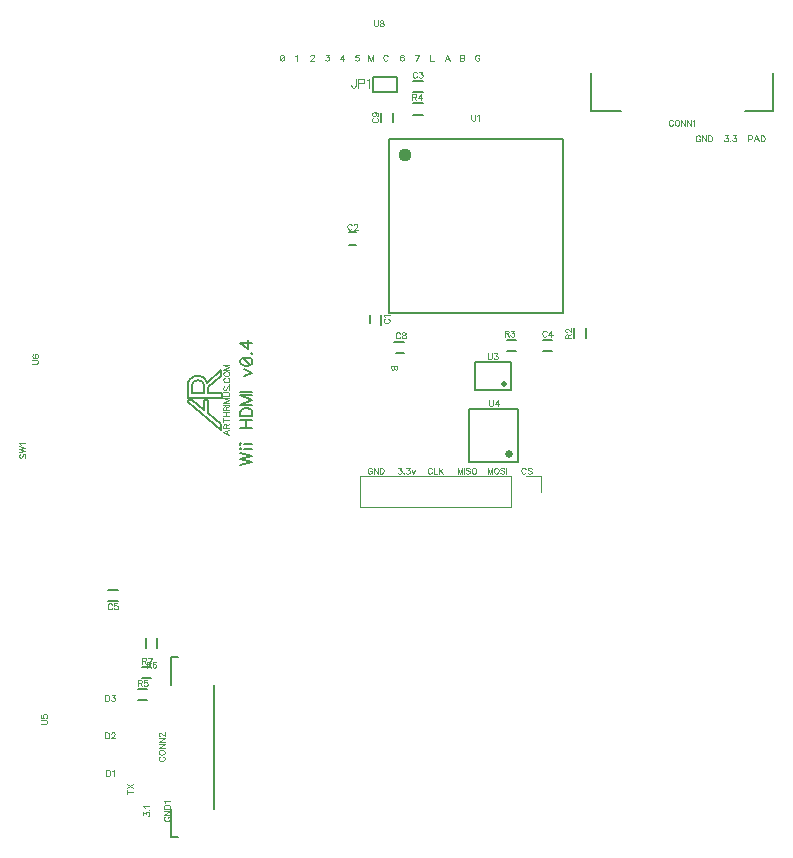
<source format=gto>
G04 DipTrace 3.3.1.1*
G04 TopSilk.gto*
%MOIN*%
G04 #@! TF.FileFunction,Legend,Top*
G04 #@! TF.Part,Single*
%ADD24C,0.005*%
%ADD25C,0.005118*%
%ADD26C,0.043727*%
%ADD27C,0.004724*%
%ADD38C,0.006*%
%ADD52C,0.018746*%
%ADD54C,0.02498*%
%ADD146C,0.003088*%
%ADD147C,0.004632*%
%ADD148C,0.006176*%
%FSLAX26Y26*%
G04*
G70*
G90*
G75*
G01*
G04 TopSilk*
%LPD*%
X1592834Y1597189D2*
D27*
Y1492477D1*
X2095246Y1597189D2*
X1592834D1*
X2095246Y1492477D2*
X1592834D1*
X2095246Y1597189D2*
Y1492477D1*
X2145237Y1597189D2*
X2197602D1*
Y1544833D1*
X962381Y994340D2*
D38*
Y900620D1*
Y394340D2*
X987376D1*
X1106126Y488060D2*
Y900620D1*
X987376Y994340D2*
X962381D1*
Y488060D2*
Y394340D1*
D52*
X2073346Y1904208D3*
X1976459Y1976083D2*
D25*
X2095224D1*
Y1882333D1*
X1976459D1*
Y1976083D1*
D54*
X2088972Y1669836D3*
X1957712Y1819833D2*
D25*
X2120231D1*
Y1644825D1*
X1957712D1*
Y1819833D1*
X1130752Y1749776D2*
D24*
X1018722Y1844561D1*
X1018733Y1849509D1*
X1034320D1*
X1074411Y1816211D1*
Y1849509D1*
X1086613D1*
Y1805994D1*
X1130775Y1769089D1*
X1130752Y1749776D1*
X1031969Y1897954D2*
X1031992Y1872269D1*
X1073792Y1898094D2*
X1073927Y1872409D1*
X1018722Y1871968D2*
X1018767Y1898475D1*
X1086388Y1872069D2*
X1086444Y1893386D1*
X1086455Y1893226D2*
X1130809Y1930671D1*
Y1950125D1*
X1082508Y1908071D1*
X1018789Y1897713D2*
G02X1082407Y1908111I32459J1218D01*
G01*
X1031969Y1897914D2*
G02X1073815Y1897753I20913J-2607D01*
G01*
X1131079Y1856842D2*
X1018756D1*
Y1873571D1*
X1031992Y1872229D2*
X1073961D1*
X1086365D2*
X1131180D1*
Y1872089D2*
Y1856862D1*
X1636832Y2927562D2*
X1717283D1*
Y2876034D1*
X1636832D1*
Y2927562D1*
X1770218Y2876084D2*
D25*
X1801469D1*
X1770218Y2913584D2*
X1801469D1*
X1770218Y2838584D2*
X1801469D1*
X1770218Y2801084D2*
X1801469D1*
X1663969Y2776084D2*
Y2807335D1*
X1701469Y2776084D2*
Y2807335D1*
X2345219Y2057335D2*
Y2088584D1*
X2307719Y2057335D2*
Y2088584D1*
X2201470Y2013583D2*
X2232718D1*
X2201470Y2051084D2*
X2232718D1*
X2082719Y2013584D2*
X2113969D1*
X2082719Y2051084D2*
X2113969D1*
X1663969Y2101084D2*
Y2132335D1*
X1626469Y2107335D2*
Y2132335D1*
X1713969Y2007333D2*
X1738969D1*
X1707719Y2044835D2*
X1738969D1*
X1554593Y2366710D2*
X1579593D1*
X1554593Y2410459D2*
X1579593D1*
X2388969Y2813584D2*
X2363969D1*
Y2938584D1*
X2388969Y2813584D2*
X2463969D1*
X2876469D2*
X2963969D1*
X2970219D1*
Y2938584D1*
D26*
X1742083Y2666705D3*
X1688957Y2719839D2*
D25*
X2270207D1*
Y2138571D1*
X1688957D1*
Y2719839D1*
X897727Y923123D2*
X866476D1*
X897727Y960625D2*
X866476D1*
X785227Y1179371D2*
X753975D1*
X785227Y1216874D2*
X753975D1*
X884110Y848407D2*
X852860D1*
X884110Y885906D2*
X852860D1*
X916471Y1055652D2*
Y1024403D1*
X878969Y1055652D2*
Y1024403D1*
X870781Y465063D2*
D146*
Y475564D1*
X878430Y469838D1*
Y472712D1*
X879381Y474613D1*
X880331Y475564D1*
X883205Y476537D1*
X885107D1*
X887981Y475564D1*
X889904Y473663D1*
X890855Y470789D1*
Y467915D1*
X889904Y465063D1*
X888931Y464112D1*
X887030Y463139D1*
X888931Y483663D2*
X889904Y482712D1*
X890855Y483663D1*
X889904Y484636D1*
X888931Y483663D1*
X874605Y490811D2*
X873633Y492735D1*
X870781Y495609D1*
X890855D1*
X2807857Y2731600D2*
X2818358D1*
X2812632Y2723951D1*
X2815506D1*
X2817408Y2723001D1*
X2818358Y2722050D1*
X2819331Y2719176D1*
Y2717275D1*
X2818358Y2714401D1*
X2816457Y2712477D1*
X2813583Y2711527D1*
X2810709D1*
X2807857Y2712477D1*
X2806907Y2713450D1*
X2805934Y2715351D1*
X2826457Y2713450D2*
X2825507Y2712477D1*
X2826457Y2711527D1*
X2827430Y2712477D1*
X2826457Y2713450D1*
X2835529Y2731600D2*
X2846030D1*
X2840305Y2723951D1*
X2843179D1*
X2845080Y2723001D1*
X2846030Y2722050D1*
X2847003Y2719176D1*
Y2717275D1*
X2846030Y2714401D1*
X2844129Y2712477D1*
X2841255Y2711527D1*
X2838381D1*
X2835529Y2712477D1*
X2834579Y2713450D1*
X2833606Y2715351D1*
X1675951Y2120715D2*
X1674050Y2119764D1*
X1672127Y2117841D1*
X1671176Y2115940D1*
Y2112115D1*
X1672127Y2110192D1*
X1674050Y2108291D1*
X1675951Y2107318D1*
X1678825Y2106367D1*
X1683623D1*
X1686474Y2107318D1*
X1688398Y2108291D1*
X1690299Y2110192D1*
X1691272Y2112115D1*
Y2115940D1*
X1690299Y2117841D1*
X1688398Y2119764D1*
X1686475Y2120715D1*
X1675023Y2126891D2*
X1674050Y2128814D1*
X1671198Y2131688D1*
X1691272D1*
X1565391Y2432783D2*
X1564441Y2434684D1*
X1562517Y2436608D1*
X1560616Y2437558D1*
X1556791D1*
X1554868Y2436608D1*
X1552967Y2434684D1*
X1551994Y2432783D1*
X1551043Y2429909D1*
Y2425112D1*
X1551994Y2422260D1*
X1552967Y2420336D1*
X1554868Y2418435D1*
X1556791Y2417462D1*
X1560616D1*
X1562517Y2418435D1*
X1564441Y2420336D1*
X1565391Y2422260D1*
X1572540Y2432761D2*
Y2433711D1*
X1573490Y2435635D1*
X1574441Y2436586D1*
X1576364Y2437536D1*
X1580189D1*
X1582090Y2436586D1*
X1583041Y2435635D1*
X1584014Y2433711D1*
Y2431810D1*
X1583041Y2429887D1*
X1581140Y2427035D1*
X1571567Y2417462D1*
X1584964D1*
X1782366Y2939440D2*
X1781416Y2941342D1*
X1779492Y2943265D1*
X1777591Y2944216D1*
X1773767D1*
X1771843Y2943265D1*
X1769942Y2941342D1*
X1768969Y2939440D1*
X1768019Y2936566D1*
Y2931769D1*
X1768969Y2928917D1*
X1769942Y2926994D1*
X1771843Y2925092D1*
X1773767Y2924120D1*
X1777591D1*
X1779492Y2925092D1*
X1781416Y2926994D1*
X1782366Y2928917D1*
X1790466Y2944194D2*
X1800967D1*
X1795241Y2936544D1*
X1798115D1*
X1800016Y2935594D1*
X1800967Y2934643D1*
X1801940Y2931769D1*
Y2929868D1*
X1800967Y2926994D1*
X1799065Y2925070D1*
X1796191Y2924120D1*
X1793317D1*
X1790466Y2925070D1*
X1789515Y2926043D1*
X1788542Y2927944D1*
X2214916Y2076534D2*
X2213965Y2078435D1*
X2212042Y2080358D1*
X2210141Y2081309D1*
X2206316D1*
X2204393Y2080358D1*
X2202491Y2078435D1*
X2201519Y2076534D1*
X2200568Y2073660D1*
Y2068862D1*
X2201519Y2066010D1*
X2202491Y2064087D1*
X2204393Y2062186D1*
X2206316Y2061213D1*
X2210141D1*
X2212042Y2062186D1*
X2213965Y2064087D1*
X2214916Y2066010D1*
X2230664Y2061213D2*
Y2081287D1*
X2221092Y2067912D1*
X2235440D1*
X766079Y1166880D2*
X765128Y1168781D1*
X763205Y1170704D1*
X761304Y1171655D1*
X757479D1*
X755556Y1170704D1*
X753654Y1168781D1*
X752682Y1166880D1*
X751731Y1164006D1*
Y1159208D1*
X752682Y1156356D1*
X753654Y1154433D1*
X755556Y1152532D1*
X757479Y1151559D1*
X761304D1*
X763205Y1152532D1*
X765128Y1154433D1*
X766079Y1156356D1*
X783729Y1171633D2*
X774178D1*
X773228Y1163033D1*
X774178Y1163983D1*
X777052Y1164956D1*
X779904D1*
X782778Y1163983D1*
X784701Y1162082D1*
X785652Y1159208D1*
Y1157307D1*
X784701Y1154433D1*
X782778Y1152509D1*
X779904Y1151559D1*
X777052D1*
X774178Y1152509D1*
X773228Y1153482D1*
X772255Y1155383D1*
X1726082Y2070283D2*
X1725132Y2072184D1*
X1723208Y2074108D1*
X1721307Y2075058D1*
X1717482D1*
X1715559Y2074108D1*
X1713658Y2072184D1*
X1712685Y2070283D1*
X1711734Y2067409D1*
Y2062612D1*
X1712685Y2059760D1*
X1713658Y2057836D1*
X1715559Y2055935D1*
X1717482Y2054962D1*
X1721307D1*
X1723208Y2055935D1*
X1725132Y2057836D1*
X1726082Y2059760D1*
X1737033Y2075036D2*
X1734181Y2074086D1*
X1733209Y2072184D1*
Y2070261D1*
X1734181Y2068360D1*
X1736083Y2067387D1*
X1739907Y2066436D1*
X1742781Y2065486D1*
X1744683Y2063562D1*
X1745633Y2061661D1*
Y2058787D1*
X1744683Y2056886D1*
X1743732Y2055913D1*
X1740858Y2054962D1*
X1737033D1*
X1734181Y2055913D1*
X1733209Y2056886D1*
X1732258Y2058787D1*
Y2061661D1*
X1733209Y2063562D1*
X1735132Y2065486D1*
X1737984Y2066436D1*
X1741809Y2067387D1*
X1743732Y2068360D1*
X1744683Y2070261D1*
Y2072184D1*
X1743732Y2074086D1*
X1740858Y2075036D1*
X1737033D1*
X1637753Y2790044D2*
X1635851Y2789093D1*
X1633928Y2787170D1*
X1632977Y2785269D1*
Y2781444D1*
X1633928Y2779521D1*
X1635851Y2777619D1*
X1637752Y2776647D1*
X1640626Y2775696D1*
X1645424D1*
X1648276Y2776647D1*
X1650199Y2777619D1*
X1652100Y2779521D1*
X1653073Y2781444D1*
Y2785269D1*
X1652100Y2787170D1*
X1650199Y2789093D1*
X1648276Y2790044D1*
X1639676Y2808666D2*
X1642550Y2807694D1*
X1644473Y2805792D1*
X1645424Y2802918D1*
Y2801968D1*
X1644473Y2799094D1*
X1642550Y2797192D1*
X1639676Y2796220D1*
X1638725D1*
X1635851Y2797192D1*
X1633950Y2799094D1*
X1632999Y2801968D1*
Y2802918D1*
X1633950Y2805792D1*
X1635851Y2807694D1*
X1639676Y2808666D1*
X1644473D1*
X1649249Y2807694D1*
X1652123Y2805792D1*
X1653073Y2802918D1*
Y2801017D1*
X1652123Y2798143D1*
X1650199Y2797192D1*
X2636179Y2779241D2*
X2635228Y2781142D1*
X2633305Y2783065D1*
X2631404Y2784016D1*
X2627579D1*
X2625656Y2783065D1*
X2623754Y2781142D1*
X2622782Y2779241D1*
X2621831Y2776367D1*
Y2771569D1*
X2622782Y2768717D1*
X2623754Y2766794D1*
X2625656Y2764893D1*
X2627579Y2763920D1*
X2631404D1*
X2633305Y2764893D1*
X2635228Y2766794D1*
X2636179Y2768717D1*
X2648103Y2784016D2*
X2646179Y2783065D1*
X2644278Y2781142D1*
X2643305Y2779241D1*
X2642355Y2776367D1*
Y2771569D1*
X2643305Y2768717D1*
X2644278Y2766794D1*
X2646179Y2764893D1*
X2648103Y2763920D1*
X2651927D1*
X2653829Y2764893D1*
X2655752Y2766794D1*
X2656703Y2768717D1*
X2657653Y2771569D1*
Y2776367D1*
X2656703Y2779241D1*
X2655752Y2781142D1*
X2653829Y2783065D1*
X2651927Y2784016D1*
X2648103D1*
X2677226D2*
Y2763920D1*
X2663829Y2784016D1*
Y2763920D1*
X2696799Y2784016D2*
Y2763920D1*
X2683402Y2784016D1*
Y2763920D1*
X2702975Y2780169D2*
X2704899Y2781142D1*
X2707773Y2783994D1*
Y2763920D1*
X926363Y661417D2*
X924461Y660467D1*
X922538Y658543D1*
X921587Y656642D1*
Y652817D1*
X922538Y650894D1*
X924461Y648993D1*
X926363Y648020D1*
X929237Y647069D1*
X934034D1*
X936886Y648020D1*
X938809Y648993D1*
X940711Y650894D1*
X941683Y652817D1*
Y656642D1*
X940711Y658543D1*
X938809Y660467D1*
X936886Y661417D1*
X921587Y673341D2*
X922538Y671418D1*
X924461Y669516D1*
X926363Y668544D1*
X929237Y667593D1*
X934034D1*
X936886Y668544D1*
X938809Y669516D1*
X940711Y671418D1*
X941683Y673341D1*
Y677166D1*
X940711Y679067D1*
X938809Y680990D1*
X936886Y681941D1*
X934034Y682892D1*
X929237D1*
X926363Y681941D1*
X924461Y680990D1*
X922538Y679067D1*
X921587Y677166D1*
Y673341D1*
Y702465D2*
X941683D1*
X921587Y689067D1*
X941683D1*
X921587Y722038D2*
X941683D1*
X921587Y708640D1*
X941683D1*
X926385Y729186D2*
X925434D1*
X923511Y730137D1*
X922560Y731087D1*
X921610Y733011D1*
Y736835D1*
X922560Y738737D1*
X923511Y739687D1*
X925434Y740660D1*
X927335D1*
X929259Y739687D1*
X932111Y737786D1*
X941683Y728213D1*
Y741611D1*
X747691Y616689D2*
Y596593D1*
X754390D1*
X757264Y597566D1*
X759187Y599467D1*
X760138Y601390D1*
X761089Y604242D1*
Y609040D1*
X760138Y611914D1*
X759187Y613815D1*
X757264Y615738D1*
X754390Y616689D1*
X747691D1*
X767264Y612842D2*
X769188Y613815D1*
X772062Y616667D1*
Y596593D1*
X743391Y741690D2*
Y721594D1*
X750090D1*
X752964Y722567D1*
X754888Y724468D1*
X755838Y726392D1*
X756789Y729244D1*
Y734041D1*
X755838Y736915D1*
X754888Y738816D1*
X752964Y740740D1*
X750090Y741690D1*
X743391D1*
X763937Y736893D2*
Y737844D1*
X764888Y739767D1*
X765839Y740718D1*
X767762Y741668D1*
X771587D1*
X773488Y740718D1*
X774438Y739767D1*
X775411Y737844D1*
Y735942D1*
X774438Y734019D1*
X772537Y731167D1*
X762964Y721594D1*
X776362D1*
X743391Y866689D2*
Y846593D1*
X750090D1*
X752964Y847566D1*
X754888Y849467D1*
X755838Y851390D1*
X756789Y854242D1*
Y859040D1*
X755838Y861914D1*
X754888Y863815D1*
X752964Y865738D1*
X750090Y866689D1*
X743391D1*
X764888Y866667D2*
X775389D1*
X769663Y859018D1*
X772537D1*
X774438Y858067D1*
X775389Y857116D1*
X776362Y854242D1*
Y852341D1*
X775389Y849467D1*
X773488Y847544D1*
X770614Y846593D1*
X767740D1*
X764888Y847544D1*
X763937Y848516D1*
X762964Y850418D1*
X2726569Y2726847D2*
X2725619Y2728749D1*
X2723695Y2730672D1*
X2721794Y2731623D1*
X2717970D1*
X2716046Y2730672D1*
X2714145Y2728749D1*
X2713172Y2726847D1*
X2712221Y2723973D1*
Y2719176D1*
X2713172Y2716324D1*
X2714145Y2714401D1*
X2716046Y2712499D1*
X2717970Y2711527D1*
X2721794D1*
X2723695Y2712499D1*
X2725619Y2714401D1*
X2726569Y2716324D1*
Y2719176D1*
X2721794D1*
X2746142Y2731623D2*
Y2711527D1*
X2732745Y2731623D1*
Y2711527D1*
X2752318Y2731623D2*
Y2711527D1*
X2759017D1*
X2761891Y2712499D1*
X2763814Y2714401D1*
X2764765Y2716324D1*
X2765716Y2719176D1*
Y2723973D1*
X2764765Y2726847D1*
X2763814Y2728749D1*
X2761891Y2730672D1*
X2759017Y2731623D1*
X2752318D1*
X944283Y461489D2*
X942382Y460538D1*
X940459Y458615D1*
X939508Y456713D1*
Y452889D1*
X940459Y450965D1*
X942382Y449064D1*
X944283Y448091D1*
X947157Y447141D1*
X951955D1*
X954807Y448091D1*
X956730Y449064D1*
X958631Y450965D1*
X959604Y452889D1*
Y456713D1*
X958631Y458614D1*
X956730Y460538D1*
X954807Y461488D1*
X951955D1*
Y456713D1*
X939508Y481062D2*
X959604Y481061D1*
X939508Y467664D1*
X959604D1*
X939508Y487237D2*
X959604D1*
Y493936D1*
X958631Y496810D1*
X956730Y498733D1*
X954807Y499684D1*
X951955Y500634D1*
X947157Y500635D1*
X944283Y499684D1*
X942382Y498733D1*
X940459Y496810D1*
X939508Y493936D1*
Y487237D1*
X943355Y506810D2*
X942382Y508734D1*
X939530Y511608D1*
X959604D1*
X2886734Y2721099D2*
X2895356D1*
X2898208Y2722050D1*
X2899180Y2723023D1*
X2900131Y2724924D1*
Y2727798D1*
X2899180Y2729699D1*
X2898208Y2730672D1*
X2895356Y2731623D1*
X2886734D1*
Y2711527D1*
X2921628D2*
X2913956Y2731623D1*
X2906307Y2711527D1*
X2909181Y2718225D2*
X2918754D1*
X2927803Y2731623D2*
Y2711527D1*
X2934502D1*
X2937376Y2712499D1*
X2939299Y2714401D1*
X2940250Y2716324D1*
X2941201Y2719176D1*
Y2723973D1*
X2940250Y2726847D1*
X2939299Y2728749D1*
X2937376Y2730672D1*
X2934502Y2731623D1*
X2927803D1*
X2287067Y2055564D2*
Y2064163D1*
X2286094Y2067037D1*
X2285144Y2068010D1*
X2283242Y2068961D1*
X2281319D1*
X2279418Y2068010D1*
X2278445Y2067037D1*
X2277494Y2064163D1*
Y2055564D1*
X2297590D1*
X2287067Y2062262D2*
X2297590Y2068961D1*
X2282292Y2076109D2*
X2281341D1*
X2279418Y2077060D1*
X2278467Y2078010D1*
X2277516Y2079934D1*
Y2083759D1*
X2278467Y2085660D1*
X2279418Y2086610D1*
X2281341Y2087583D1*
X2283242D1*
X2285166Y2086610D1*
X2288018Y2084709D1*
X2297590Y2075136D1*
Y2088534D1*
X2074699Y2071736D2*
X2083298D1*
X2086172Y2072709D1*
X2087145Y2073660D1*
X2088096Y2075561D1*
Y2077484D1*
X2087145Y2079386D1*
X2086172Y2080358D1*
X2083298Y2081309D1*
X2074699D1*
Y2061213D1*
X2081397Y2071736D2*
X2088096Y2061213D1*
X2096195Y2081287D2*
X2106696D1*
X2100970Y2073638D1*
X2103844D1*
X2105746Y2072687D1*
X2106696Y2071736D1*
X2107669Y2068862D1*
Y2066961D1*
X2106696Y2064087D1*
X2104795Y2062164D1*
X2101921Y2061213D1*
X2099047D1*
X2096195Y2062164D1*
X2095244Y2063136D1*
X2094272Y2065038D1*
X1767183Y2859741D2*
X1775782D1*
X1778656Y2860714D1*
X1779629Y2861665D1*
X1780580Y2863566D1*
Y2865490D1*
X1779629Y2867391D1*
X1778656Y2868364D1*
X1775782Y2869314D1*
X1767183D1*
Y2849218D1*
X1773881Y2859741D2*
X1780580Y2849218D1*
X1796328D2*
Y2869292D1*
X1786756Y2855917D1*
X1801104D1*
X852206Y906276D2*
X860806D1*
X863680Y907248D1*
X864653Y908199D1*
X865604Y910100D1*
Y912024D1*
X864653Y913925D1*
X863680Y914898D1*
X860806Y915848D1*
X852206D1*
Y895752D1*
X858905Y906276D2*
X865604Y895752D1*
X883253Y915826D2*
X873703D1*
X872752Y907226D1*
X873703Y908177D1*
X876577Y909150D1*
X879429D1*
X882303Y908177D1*
X884226Y906276D1*
X885177Y903402D1*
Y901500D1*
X884226Y898626D1*
X882303Y896703D1*
X879429Y895752D1*
X876577D1*
X873703Y896703D1*
X872752Y897676D1*
X871779Y899577D1*
X881728Y968183D2*
X890328D1*
X893202Y969156D1*
X894175Y970107D1*
X895126Y972008D1*
Y973931D1*
X894175Y975833D1*
X893202Y976805D1*
X890328Y977756D1*
X881728D1*
Y957660D1*
X888427Y968183D2*
X895126Y957660D1*
X912775Y974882D2*
X911825Y976783D1*
X908951Y977734D1*
X907049D1*
X904175Y976783D1*
X902252Y973909D1*
X901301Y969134D1*
Y964359D1*
X902252Y960534D1*
X904175Y958611D1*
X907049Y957660D1*
X908000D1*
X910852Y958611D1*
X912775Y960534D1*
X913726Y963408D1*
Y964359D1*
X912775Y967233D1*
X910852Y969134D1*
X908000Y970084D1*
X907049D1*
X904175Y969134D1*
X902252Y967233D1*
X901301Y964359D1*
X866527Y981273D2*
X875127D1*
X878001Y982246D1*
X878973Y983196D1*
X879924Y985098D1*
Y987021D1*
X878973Y988922D1*
X878001Y989895D1*
X875127Y990846D1*
X866527D1*
Y970750D1*
X873225Y981273D2*
X879924Y970750D1*
X889924D2*
X899497Y990824D1*
X886100D1*
X460168Y1669646D2*
X458245Y1667745D1*
X457294Y1664871D1*
Y1661046D1*
X458245Y1658172D1*
X460168Y1656249D1*
X462070D1*
X463993Y1657222D1*
X464944Y1658172D1*
X465894Y1660074D1*
X467818Y1665822D1*
X468768Y1667745D1*
X469741Y1668696D1*
X471642Y1669646D1*
X474516D1*
X476418Y1667745D1*
X477390Y1664871D1*
Y1661046D1*
X476418Y1658172D1*
X474516Y1656249D1*
X457294Y1675822D2*
X477390Y1680619D1*
X457294Y1685395D1*
X477390Y1690170D1*
X457294Y1694967D1*
X461141Y1701143D2*
X460168Y1703066D1*
X457317Y1705940D1*
X477390D1*
X814511Y544588D2*
X834607D1*
X814511Y537889D2*
Y551286D1*
Y557462D2*
X834607Y570859D1*
X814511D2*
X834607Y557462D1*
X1964332Y2801171D2*
Y2786823D1*
X1965282Y2783949D1*
X1967206Y2782048D1*
X1970080Y2781075D1*
X1971981D1*
X1974855Y2782048D1*
X1976779Y2783949D1*
X1977729Y2786823D1*
Y2801171D1*
X1983905Y2797324D2*
X1985828Y2798297D1*
X1988702Y2801149D1*
Y2781075D1*
X2018447Y2005373D2*
Y1991025D1*
X2019397Y1988151D1*
X2021321Y1986249D1*
X2024195Y1985277D1*
X2026096D1*
X2028970Y1986249D1*
X2030893Y1988151D1*
X2031844Y1991025D1*
Y2005373D1*
X2039943Y2005350D2*
X2050444D1*
X2044718Y1997701D1*
X2047592D1*
X2049494Y1996751D1*
X2050444Y1995800D1*
X2051417Y1992926D1*
Y1991025D1*
X2050444Y1988151D1*
X2048543Y1986227D1*
X2045669Y1985277D1*
X2042795D1*
X2039943Y1986227D1*
X2038992Y1987200D1*
X2038020Y1989101D1*
X2022366Y1849122D2*
Y1834774D1*
X2023317Y1831900D1*
X2025240Y1829999D1*
X2028114Y1829026D1*
X2030016D1*
X2032890Y1829999D1*
X2034813Y1831900D1*
X2035764Y1834774D1*
Y1849122D1*
X2051512Y1829026D2*
Y1849100D1*
X2041939Y1835725D1*
X2056287D1*
X529218Y769961D2*
X543566D1*
X546440Y770912D1*
X548342Y772835D1*
X549314Y775709D1*
Y777610D1*
X548342Y780484D1*
X546440Y782408D1*
X543566Y783358D1*
X529218D1*
X529240Y801008D2*
Y791458D1*
X537840Y790507D1*
X536890Y791457D1*
X535917Y794331D1*
Y797183D1*
X536890Y800057D1*
X538791Y801981D1*
X541665Y802931D1*
X543566D1*
X546440Y801981D1*
X548364Y800057D1*
X549314Y797183D1*
Y794331D1*
X548364Y791457D1*
X547391Y790507D1*
X545490Y789534D1*
X500426Y1970579D2*
X514774D1*
X517648Y1971529D1*
X519549Y1973453D1*
X520522Y1976327D1*
Y1978228D1*
X519549Y1981102D1*
X517648Y1983025D1*
X514774Y1983976D1*
X500426D1*
X503300Y2001626D2*
X501398Y2000675D1*
X500448Y1997801D1*
Y1995900D1*
X501398Y1993026D1*
X504272Y1991102D1*
X509048Y1990152D1*
X513823D1*
X517648Y1991102D1*
X519571Y1993026D1*
X520522Y1995900D1*
Y1996850D1*
X519571Y1999702D1*
X517648Y2001626D1*
X514774Y2002576D1*
X513823D1*
X510949Y2001626D1*
X509048Y1999702D1*
X508097Y1996850D1*
Y1995900D1*
X509048Y1993026D1*
X510949Y1991102D1*
X513823Y1990152D1*
X1638738Y3115628D2*
Y3101280D1*
X1639689Y3098406D1*
X1641612Y3096505D1*
X1644486Y3095532D1*
X1646388D1*
X1649262Y3096505D1*
X1651185Y3098406D1*
X1652136Y3101280D1*
Y3115628D1*
X1663087Y3115606D2*
X1660235Y3114655D1*
X1659262Y3112754D1*
Y3110830D1*
X1660235Y3108929D1*
X1662136Y3107956D1*
X1665961Y3107006D1*
X1668835Y3106055D1*
X1670736Y3104132D1*
X1671687Y3102230D1*
Y3099356D1*
X1670736Y3097455D1*
X1669785Y3096482D1*
X1666911Y3095532D1*
X1663087D1*
X1660235Y3096482D1*
X1659262Y3097455D1*
X1658312Y3099356D1*
Y3102230D1*
X1659262Y3104132D1*
X1661186Y3106055D1*
X1664037Y3107006D1*
X1667862Y3107956D1*
X1669785Y3108929D1*
X1670736Y3110830D1*
Y3112754D1*
X1669785Y3114655D1*
X1666911Y3115606D1*
X1663087D1*
X1578315Y2921165D2*
D147*
Y2898217D1*
X1576889Y2893906D1*
X1575430Y2892480D1*
X1572578Y2891021D1*
X1569693D1*
X1566841Y2892480D1*
X1565415Y2893906D1*
X1563956Y2898217D1*
Y2901069D1*
X1587579Y2905380D2*
X1600512D1*
X1604790Y2906806D1*
X1606249Y2908265D1*
X1607675Y2911117D1*
Y2915428D1*
X1606249Y2918280D1*
X1604790Y2919739D1*
X1600512Y2921165D1*
X1587579D1*
Y2891021D1*
X1616938Y2915395D2*
X1619823Y2916854D1*
X1624135Y2921132D1*
Y2891021D1*
X1632464Y1619596D2*
D146*
X1631513Y1621497D1*
X1629590Y1623421D1*
X1627689Y1624371D1*
X1623864D1*
X1621941Y1623421D1*
X1620039Y1621497D1*
X1619067Y1619596D1*
X1618116Y1616722D1*
Y1611925D1*
X1619067Y1609073D1*
X1620039Y1607149D1*
X1621941Y1605248D1*
X1623864Y1604275D1*
X1627689D1*
X1629590Y1605248D1*
X1631513Y1607149D1*
X1632464Y1609073D1*
Y1611925D1*
X1627689D1*
X1652037Y1624371D2*
Y1604275D1*
X1638640Y1624371D1*
Y1604275D1*
X1658213Y1624371D2*
Y1604275D1*
X1664911D1*
X1667785Y1605248D1*
X1669709Y1607149D1*
X1670660Y1609073D1*
X1671610Y1611925D1*
Y1616722D1*
X1670660Y1619596D1*
X1669709Y1621497D1*
X1667785Y1623421D1*
X1664911Y1624371D1*
X1658213D1*
X1720039Y1624349D2*
X1730541D1*
X1724815Y1616700D1*
X1727689D1*
X1729590Y1615749D1*
X1730541Y1614799D1*
X1731513Y1611925D1*
Y1610023D1*
X1730541Y1607149D1*
X1728639Y1605226D1*
X1725765Y1604275D1*
X1722891D1*
X1720039Y1605226D1*
X1719089Y1606199D1*
X1718116Y1608100D1*
X1738640Y1606199D2*
X1737689Y1605226D1*
X1738640Y1604275D1*
X1739613Y1605226D1*
X1738640Y1606199D1*
X1747712Y1624349D2*
X1758213D1*
X1752487Y1616700D1*
X1755361D1*
X1757262Y1615749D1*
X1758213Y1614799D1*
X1759186Y1611925D1*
Y1610023D1*
X1758213Y1607149D1*
X1756312Y1605226D1*
X1753438Y1604275D1*
X1750564D1*
X1747712Y1605226D1*
X1746761Y1606199D1*
X1745788Y1608100D1*
X1765361Y1617673D2*
X1771109Y1604275D1*
X1776835Y1617673D1*
X1832464Y1619596D2*
X1831513Y1621497D1*
X1829590Y1623421D1*
X1827689Y1624371D1*
X1823864D1*
X1821941Y1623421D1*
X1820039Y1621497D1*
X1819067Y1619596D1*
X1818116Y1616722D1*
Y1611925D1*
X1819067Y1609073D1*
X1820039Y1607149D1*
X1821941Y1605248D1*
X1823864Y1604275D1*
X1827689D1*
X1829590Y1605248D1*
X1831513Y1607149D1*
X1832464Y1609073D1*
X1838640Y1624371D2*
Y1604275D1*
X1850114D1*
X1856289Y1624371D2*
Y1604275D1*
X1869687Y1624371D2*
X1856289Y1610974D1*
X1861065Y1615771D2*
X1869687Y1604275D1*
X1933415D2*
Y1624371D1*
X1925765Y1604275D1*
X1918116Y1624371D1*
Y1604275D1*
X1939590Y1624371D2*
Y1604275D1*
X1959163Y1621497D2*
X1957262Y1623421D1*
X1954388Y1624371D1*
X1950564D1*
X1947689Y1623421D1*
X1945766Y1621497D1*
Y1619596D1*
X1946739Y1617673D1*
X1947689Y1616722D1*
X1949591Y1615771D1*
X1955339Y1613848D1*
X1957262Y1612897D1*
X1958213Y1611925D1*
X1959163Y1610023D1*
Y1607149D1*
X1957262Y1605248D1*
X1954388Y1604275D1*
X1950564D1*
X1947689Y1605248D1*
X1945766Y1607149D1*
X1971087Y1624371D2*
X1969164Y1623421D1*
X1967263Y1621497D1*
X1966290Y1619596D1*
X1965339Y1616722D1*
Y1611925D1*
X1966290Y1609073D1*
X1967263Y1607149D1*
X1969164Y1605248D1*
X1971087Y1604275D1*
X1974912D1*
X1976813Y1605248D1*
X1978736Y1607149D1*
X1979687Y1609073D1*
X1980638Y1611925D1*
Y1616722D1*
X1979687Y1619596D1*
X1978736Y1621497D1*
X1976813Y1623421D1*
X1974912Y1624371D1*
X1971087D1*
X2033415Y1604275D2*
Y1624371D1*
X2025765Y1604275D1*
X2018116Y1624371D1*
Y1604275D1*
X2045338Y1624371D2*
X2043415Y1623421D1*
X2041514Y1621497D1*
X2040541Y1619596D1*
X2039590Y1616722D1*
Y1611925D1*
X2040541Y1609073D1*
X2041514Y1607149D1*
X2043415Y1605248D1*
X2045338Y1604275D1*
X2049163D1*
X2051064Y1605248D1*
X2052988Y1607149D1*
X2053938Y1609073D1*
X2054889Y1611925D1*
Y1616722D1*
X2053938Y1619596D1*
X2052988Y1621497D1*
X2051064Y1623421D1*
X2049163Y1624371D1*
X2045338D1*
X2074462Y1621497D2*
X2072561Y1623421D1*
X2069687Y1624371D1*
X2065862D1*
X2062988Y1623421D1*
X2061065Y1621497D1*
Y1619596D1*
X2062037Y1617673D1*
X2062988Y1616722D1*
X2064889Y1615771D1*
X2070637Y1613848D1*
X2072561Y1612897D1*
X2073511Y1611925D1*
X2074462Y1610023D1*
Y1607149D1*
X2072561Y1605248D1*
X2069687Y1604275D1*
X2065862D1*
X2062988Y1605248D1*
X2061065Y1607149D1*
X2080638Y1624371D2*
Y1604275D1*
X2144964Y1619596D2*
X2144013Y1621497D1*
X2142090Y1623421D1*
X2140189Y1624371D1*
X2136364D1*
X2134441Y1623421D1*
X2132539Y1621497D1*
X2131567Y1619596D1*
X2130616Y1616722D1*
Y1611925D1*
X2131567Y1609073D1*
X2132539Y1607149D1*
X2134441Y1605248D1*
X2136364Y1604275D1*
X2140189D1*
X2142090Y1605248D1*
X2144013Y1607149D1*
X2144964Y1609073D1*
X2164537Y1621497D2*
X2162636Y1623421D1*
X2159762Y1624371D1*
X2155937D1*
X2153063Y1623421D1*
X2151140Y1621497D1*
Y1619596D1*
X2152113Y1617673D1*
X2153063Y1616722D1*
X2154964Y1615771D1*
X2160712Y1613848D1*
X2162636Y1612897D1*
X2163586Y1611925D1*
X2164537Y1610023D1*
Y1607149D1*
X2162636Y1605248D1*
X2159762Y1604275D1*
X2155937D1*
X2153063Y1605248D1*
X2151140Y1607149D1*
X1157578Y1749995D2*
X1137482Y1742323D1*
X1157578Y1734674D1*
X1150879Y1737548D2*
Y1747121D1*
X1147054Y1756170D2*
Y1764770D1*
X1146082Y1767644D1*
X1145131Y1768617D1*
X1143230Y1769568D1*
X1141306D1*
X1139405Y1768617D1*
X1138432Y1767644D1*
X1137482Y1764770D1*
Y1756170D1*
X1157578D1*
X1147054Y1762869D2*
X1157578Y1769568D1*
X1137482Y1782442D2*
X1157578D1*
X1137482Y1775743D2*
Y1789141D1*
Y1795316D2*
X1157578D1*
X1137482Y1808714D2*
X1157578D1*
X1147054Y1795316D2*
Y1808714D1*
Y1814889D2*
Y1823489D1*
X1146082Y1826363D1*
X1145131Y1827336D1*
X1143230Y1828287D1*
X1141306D1*
X1139405Y1827336D1*
X1138432Y1826363D1*
X1137482Y1823489D1*
Y1814889D1*
X1157578D1*
X1147054Y1821588D2*
X1157578Y1828287D1*
X1137482Y1834462D2*
X1157578D1*
Y1855937D2*
X1137482D1*
X1157578Y1848287D1*
X1137482Y1840638D1*
X1157578D1*
X1137482Y1862112D2*
X1151830D1*
X1154704Y1863063D1*
X1156605Y1864986D1*
X1157578Y1867860D1*
Y1869762D1*
X1156605Y1872636D1*
X1154704Y1874559D1*
X1151830Y1875510D1*
X1137482D1*
X1140356Y1895083D2*
X1138432Y1893181D1*
X1137482Y1890307D1*
Y1886483D1*
X1138432Y1883609D1*
X1140356Y1881685D1*
X1142257D1*
X1144180Y1882658D1*
X1145131Y1883609D1*
X1146082Y1885510D1*
X1148005Y1891258D1*
X1148956Y1893181D1*
X1149928Y1894132D1*
X1151830Y1895083D1*
X1154704D1*
X1156605Y1893181D1*
X1157578Y1890307D1*
Y1886483D1*
X1156605Y1883609D1*
X1154704Y1881685D1*
X1155654Y1902209D2*
X1156627Y1901258D1*
X1157578Y1902209D1*
X1156627Y1903182D1*
X1155654Y1902209D1*
X1142257Y1923706D2*
X1140356Y1922755D1*
X1138432Y1920832D1*
X1137482Y1918930D1*
Y1915106D1*
X1138432Y1913182D1*
X1140356Y1911281D1*
X1142257Y1910308D1*
X1145131Y1909358D1*
X1149928D1*
X1152780Y1910308D1*
X1154704Y1911281D1*
X1156605Y1913182D1*
X1157578Y1915106D1*
Y1918930D1*
X1156605Y1920831D1*
X1154704Y1922755D1*
X1152780Y1923706D1*
X1137482Y1935629D2*
X1138432Y1933706D1*
X1140356Y1931805D1*
X1142257Y1930832D1*
X1145131Y1929881D1*
X1149928D1*
X1152780Y1930832D1*
X1154704Y1931805D1*
X1156605Y1933706D1*
X1157578Y1935629D1*
Y1939454D1*
X1156605Y1941355D1*
X1154704Y1943279D1*
X1152780Y1944229D1*
X1149928Y1945180D1*
X1145131D1*
X1142257Y1944229D1*
X1140356Y1943279D1*
X1138432Y1941355D1*
X1137482Y1939454D1*
Y1935629D1*
X1157578Y1966654D2*
X1137482D1*
X1157578Y1959005D1*
X1137482Y1951356D1*
X1157578D1*
X1193650Y1634566D2*
D148*
X1233842Y1644161D1*
X1193650Y1653712D1*
X1233842Y1663262D1*
X1193650Y1672857D1*
Y1685208D2*
X1195551Y1687110D1*
X1193650Y1689055D1*
X1191704Y1687110D1*
X1193650Y1685208D1*
X1207047Y1687110D2*
X1233842D1*
X1193650Y1701407D2*
X1195551Y1703308D1*
X1193650Y1705253D1*
X1191704Y1703308D1*
X1193650Y1701407D1*
X1207047Y1703308D2*
X1233842D1*
X1193650Y1756485D2*
X1233842D1*
X1193650Y1783280D2*
X1233842D1*
X1212795Y1756485D2*
Y1783280D1*
X1193650Y1795631D2*
X1233842D1*
Y1809029D1*
X1231896Y1814777D1*
X1228094Y1818624D1*
X1224247Y1820525D1*
X1218543Y1822426D1*
X1208948D1*
X1203200Y1820525D1*
X1199398Y1818624D1*
X1195551Y1814777D1*
X1193650Y1809029D1*
Y1795631D1*
X1233842Y1865375D2*
X1193650D1*
X1233842Y1850076D1*
X1193650Y1834778D1*
X1233842D1*
X1193650Y1877726D2*
X1233842D1*
X1207047Y1928958D2*
X1233842Y1940454D1*
X1207047Y1951906D1*
X1193694Y1975754D2*
X1195595Y1970006D1*
X1201343Y1966159D1*
X1210894Y1964258D1*
X1216642D1*
X1226192Y1966159D1*
X1231940Y1970006D1*
X1233842Y1975754D1*
Y1979556D1*
X1231940Y1985304D1*
X1226192Y1989107D1*
X1216642Y1991052D1*
X1210894D1*
X1201343Y1989107D1*
X1195595Y1985304D1*
X1193694Y1979556D1*
Y1975754D1*
X1201343Y1989107D2*
X1226192Y1966159D1*
X1229995Y2005305D2*
X1231940Y2003404D1*
X1233842Y2005305D1*
X1231940Y2007250D1*
X1229995Y2005305D1*
X1233842Y2038747D2*
X1193694D1*
X1220444Y2019602D1*
Y2048298D1*
X1717105Y1964746D2*
D146*
X1697009D1*
Y1956124D1*
X1697982Y1953250D1*
X1698932Y1952299D1*
X1700834Y1951349D1*
X1703708D1*
X1705631Y1952299D1*
X1706582Y1953250D1*
X1707532Y1956124D1*
X1708505Y1953250D1*
X1709456Y1952299D1*
X1711357Y1951349D1*
X1713280D1*
X1715182Y1952299D1*
X1716154Y1953250D1*
X1717105Y1956124D1*
Y1964746D1*
X1707532D2*
Y1956124D1*
X1717105Y1964746D2*
X1697009D1*
Y1956124D1*
X1697982Y1953250D1*
X1698932Y1952299D1*
X1700834Y1951349D1*
X1703708D1*
X1705631Y1952299D1*
X1706582Y1953250D1*
X1707532Y1956124D1*
X1708505Y1953250D1*
X1709456Y1952299D1*
X1711357Y1951349D1*
X1713280D1*
X1715182Y1952299D1*
X1716154Y1953250D1*
X1717105Y1956124D1*
Y1964746D1*
X1707532D2*
Y1956124D1*
X1717105Y1964746D2*
X1697009D1*
Y1956124D1*
X1697982Y1953250D1*
X1698932Y1952299D1*
X1700834Y1951349D1*
X1703708D1*
X1705631Y1952299D1*
X1706582Y1953250D1*
X1707532Y1956124D1*
X1708505Y1953250D1*
X1709456Y1952299D1*
X1711357Y1951349D1*
X1713280D1*
X1715182Y1952299D1*
X1716154Y1953250D1*
X1717105Y1956124D1*
Y1964746D1*
X1707532D2*
Y1956124D1*
X1717105Y1964746D2*
X1697009D1*
Y1956124D1*
X1697982Y1953250D1*
X1698932Y1952299D1*
X1700834Y1951349D1*
X1703708D1*
X1705631Y1952299D1*
X1706582Y1953250D1*
X1707532Y1956124D1*
X1708505Y1953250D1*
X1709456Y1952299D1*
X1711357Y1951349D1*
X1713280D1*
X1715182Y1952299D1*
X1716154Y1953250D1*
X1717105Y1956124D1*
Y1964746D1*
X1707532D2*
Y1956124D1*
X1717105Y1964746D2*
X1697009D1*
Y1956124D1*
X1697982Y1953250D1*
X1698932Y1952299D1*
X1700834Y1951349D1*
X1703708D1*
X1705631Y1952299D1*
X1706582Y1953250D1*
X1707532Y1956124D1*
X1708505Y1953250D1*
X1709456Y1952299D1*
X1711357Y1951349D1*
X1713280D1*
X1715182Y1952299D1*
X1716154Y1953250D1*
X1717105Y1956124D1*
Y1964746D1*
X1707532D2*
Y1956124D1*
X1717105Y1964746D2*
X1697009D1*
Y1956124D1*
X1697982Y1953250D1*
X1698932Y1952299D1*
X1700834Y1951349D1*
X1703708D1*
X1705631Y1952299D1*
X1706582Y1953250D1*
X1707532Y1956124D1*
X1708505Y1953250D1*
X1709456Y1952299D1*
X1711357Y1951349D1*
X1713280D1*
X1715182Y1952299D1*
X1716154Y1953250D1*
X1717105Y1956124D1*
Y1964746D1*
X1707532D2*
Y1956124D1*
X1717105Y1964746D2*
X1697009D1*
Y1956124D1*
X1697982Y1953250D1*
X1698932Y1952299D1*
X1700834Y1951349D1*
X1703708D1*
X1705631Y1952299D1*
X1706582Y1953250D1*
X1707532Y1956124D1*
X1708505Y1953250D1*
X1709456Y1952299D1*
X1711357Y1951349D1*
X1713280D1*
X1715182Y1952299D1*
X1716154Y1953250D1*
X1717105Y1956124D1*
Y1964746D1*
X1707532D2*
Y1956124D1*
X1717105Y1964746D2*
X1697009D1*
Y1956124D1*
X1697982Y1953250D1*
X1698932Y1952299D1*
X1700834Y1951349D1*
X1703708D1*
X1705631Y1952299D1*
X1706582Y1953250D1*
X1707532Y1956124D1*
X1708505Y1953250D1*
X1709456Y1952299D1*
X1711357Y1951349D1*
X1713280D1*
X1715182Y1952299D1*
X1716154Y1953250D1*
X1717105Y1956124D1*
Y1964746D1*
X1707532D2*
Y1956124D1*
X1332242Y3000864D2*
X1329368Y2999913D1*
X1327445Y2997039D1*
X1326494Y2992264D1*
Y2989390D1*
X1327445Y2984614D1*
X1329368Y2981740D1*
X1332242Y2980790D1*
X1334143D1*
X1337017Y2981740D1*
X1338919Y2984614D1*
X1339891Y2989390D1*
Y2992264D1*
X1338919Y2997039D1*
X1337017Y2999913D1*
X1334143Y3000864D1*
X1332242D1*
X1338919Y2997039D2*
X1327445Y2984614D1*
X1376494Y2997039D2*
X1378417Y2998012D1*
X1381291Y3000864D1*
Y2980790D1*
X1427467Y2996088D2*
Y2997039D1*
X1428417Y2998962D1*
X1429368Y2999913D1*
X1431291Y3000864D1*
X1435116D1*
X1437017Y2999913D1*
X1437968Y2998962D1*
X1438941Y2997039D1*
Y2995138D1*
X1437968Y2993214D1*
X1436067Y2990362D1*
X1426494Y2980790D1*
X1439891D1*
X1478417Y3000864D2*
X1488919D1*
X1483193Y2993214D1*
X1486067D1*
X1487968Y2992264D1*
X1488919Y2991313D1*
X1489891Y2988439D1*
Y2986538D1*
X1488919Y2983664D1*
X1487017Y2981740D1*
X1484143Y2980790D1*
X1481269D1*
X1478417Y2981740D1*
X1477467Y2982713D1*
X1476494Y2984614D1*
X1536067Y2980790D2*
Y3000864D1*
X1526494Y2987488D1*
X1540842D1*
X1587968Y3000864D2*
X1578417D1*
X1577467Y2992264D1*
X1578417Y2993214D1*
X1581291Y2994187D1*
X1584143D1*
X1587017Y2993214D1*
X1588941Y2991313D1*
X1589891Y2988439D1*
Y2986538D1*
X1588941Y2983664D1*
X1587017Y2981740D1*
X1584143Y2980790D1*
X1581291D1*
X1578417Y2981740D1*
X1577467Y2982713D1*
X1576494Y2984614D1*
X1635543Y2980790D2*
Y3000886D1*
X1627894Y2980790D1*
X1620245Y3000886D1*
Y2980790D1*
X1684591Y2996111D2*
X1683641Y2998012D1*
X1681717Y2999935D1*
X1679816Y3000886D1*
X1675991D1*
X1674068Y2999935D1*
X1672167Y2998012D1*
X1671194Y2996111D1*
X1670243Y2993237D1*
Y2988439D1*
X1671194Y2985587D1*
X1672167Y2983664D1*
X1674068Y2981763D1*
X1675991Y2980790D1*
X1679816D1*
X1681717Y2981763D1*
X1683641Y2983664D1*
X1684591Y2985587D1*
X1737968Y2998012D2*
X1737017Y2999913D1*
X1734143Y3000864D1*
X1732242D1*
X1729368Y2999913D1*
X1727445Y2997039D1*
X1726494Y2992264D1*
Y2987488D1*
X1727445Y2983664D1*
X1729368Y2981740D1*
X1732242Y2980790D1*
X1733193D1*
X1736045Y2981740D1*
X1737968Y2983664D1*
X1738919Y2986538D1*
Y2987488D1*
X1737968Y2990362D1*
X1736045Y2992264D1*
X1733193Y2993214D1*
X1732242D1*
X1729368Y2992264D1*
X1727445Y2990362D1*
X1726494Y2987488D1*
X1780319Y2980790D2*
X1789891Y3000864D1*
X1776494D1*
X1826494Y3000886D2*
Y2980790D1*
X1837968D1*
X1891815D2*
X1884143Y3000886D1*
X1876494Y2980790D1*
X1879368Y2987488D2*
X1888941D1*
X1926494Y3000886D2*
Y2980790D1*
X1935116D1*
X1937990Y2981763D1*
X1938941Y2982713D1*
X1939891Y2984614D1*
Y2987488D1*
X1938941Y2989412D1*
X1937990Y2990362D1*
X1935116Y2991313D1*
X1937990Y2992286D1*
X1938941Y2993237D1*
X1939891Y2995138D1*
Y2997061D1*
X1938941Y2998962D1*
X1937990Y2999935D1*
X1935116Y3000886D1*
X1926494D1*
Y2991313D2*
X1935116D1*
X1990842Y2996111D2*
X1989891Y2998012D1*
X1987968Y2999935D1*
X1986067Y3000886D1*
X1982242D1*
X1980319Y2999935D1*
X1978417Y2998012D1*
X1977445Y2996111D1*
X1976494Y2993237D1*
Y2988439D1*
X1977445Y2985587D1*
X1978417Y2983664D1*
X1980319Y2981763D1*
X1982242Y2980790D1*
X1986067D1*
X1987968Y2981763D1*
X1989891Y2983664D1*
X1990842Y2985587D1*
Y2988439D1*
X1986067D1*
M02*

</source>
